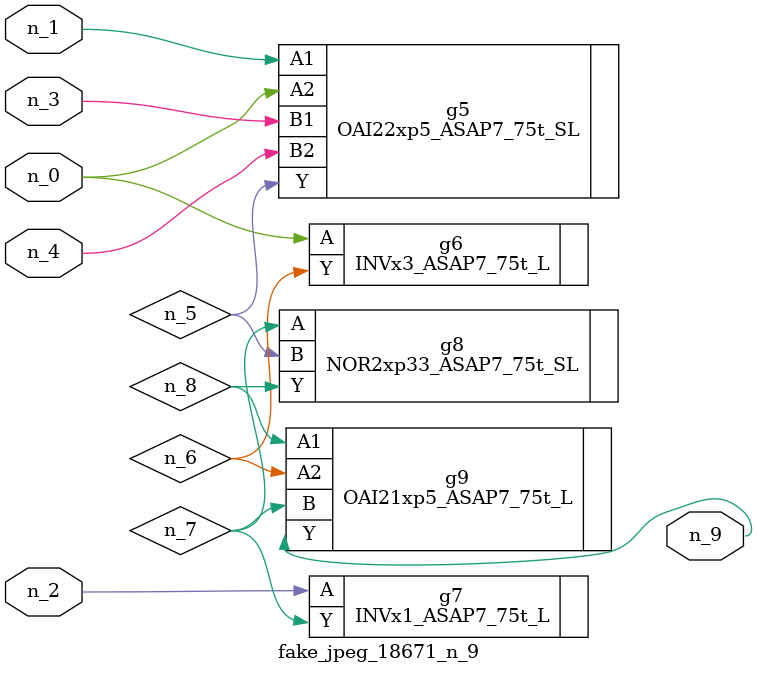
<source format=v>
module fake_jpeg_18671_n_9 (n_3, n_2, n_1, n_0, n_4, n_9);

input n_3;
input n_2;
input n_1;
input n_0;
input n_4;

output n_9;

wire n_8;
wire n_6;
wire n_5;
wire n_7;

OAI22xp5_ASAP7_75t_SL g5 ( 
.A1(n_1),
.A2(n_0),
.B1(n_3),
.B2(n_4),
.Y(n_5)
);

INVx3_ASAP7_75t_L g6 ( 
.A(n_0),
.Y(n_6)
);

INVx1_ASAP7_75t_L g7 ( 
.A(n_2),
.Y(n_7)
);

NOR2xp33_ASAP7_75t_SL g8 ( 
.A(n_7),
.B(n_5),
.Y(n_8)
);

OAI21xp5_ASAP7_75t_L g9 ( 
.A1(n_8),
.A2(n_6),
.B(n_7),
.Y(n_9)
);


endmodule
</source>
